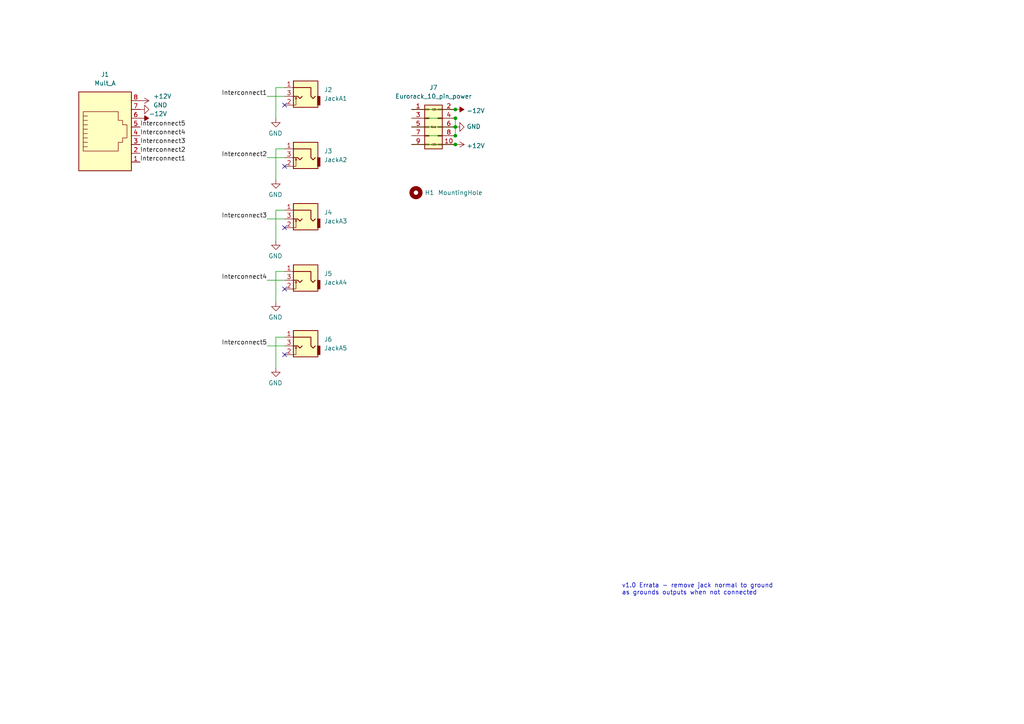
<source format=kicad_sch>
(kicad_sch (version 20230121) (generator eeschema)
  (paper "A4")
  (title_block (title "Quadraphone Controls") (rev "1.0") (company "Mountjoy Modular"))
  (lib_symbols
    (symbol "Connector:RJ45" (pin_names (offset 1.016))
      (property "Reference" "J" (at -5.08 13.97 0))
      (property "Value" "RJ45" (at 2.54 13.97 0))
      (symbol "RJ45_0_1"
        (polyline (pts (xy -5.08 4.445) (xy -6.35 4.445)))
        (polyline (pts (xy -5.08 5.715) (xy -6.35 5.715)))
        (polyline (pts (xy -6.35 -3.175) (xy -5.08 -3.175) (xy -5.08 -3.175)))
        (polyline (pts (xy -6.35 -1.905) (xy -5.08 -1.905) (xy -5.08 -1.905)))
        (polyline (pts (xy -6.35 -0.635) (xy -5.08 -0.635) (xy -5.08 -0.635)))
        (polyline (pts (xy -6.35 0.635) (xy -5.08 0.635) (xy -5.08 0.635)))
        (polyline (pts (xy -6.35 1.905) (xy -5.08 1.905) (xy -5.08 1.905)))
        (polyline (pts (xy -5.08 3.175) (xy -6.35 3.175) (xy -6.35 3.175)))
        (polyline (pts (xy -6.35 -4.445) (xy -6.35 6.985) (xy 3.81 6.985) (xy 3.81 4.445) (xy 5.08 4.445) (xy 5.08 3.175) (xy 6.35 3.175) (xy 6.35 -0.635) (xy 5.08 -0.635) (xy 5.08 -1.905) (xy 3.81 -1.905) (xy 3.81 -4.445) (xy -6.35 -4.445) (xy -6.35 -4.445)))
        (rectangle (start 7.62 12.7) (end -7.62 -10.16) (stroke (width 0.254)) (fill (type background)))
      )
      (symbol "RJ45_1_1"
        (pin passive line (at 10.16 -7.62 180) (length 2.54) (name "~") (number "1"))
        (pin passive line (at 10.16 -5.08 180) (length 2.54) (name "~") (number "2"))
        (pin passive line (at 10.16 -2.54 180) (length 2.54) (name "~") (number "3"))
        (pin passive line (at 10.16 0 180) (length 2.54) (name "~") (number "4"))
        (pin passive line (at 10.16 2.54 180) (length 2.54) (name "~") (number "5"))
        (pin passive line (at 10.16 5.08 180) (length 2.54) (name "~") (number "6"))
        (pin passive line (at 10.16 7.62 180) (length 2.54) (name "~") (number "7"))
        (pin passive line (at 10.16 10.16 180) (length 2.54) (name "~") (number "8"))
      )
    )
    (symbol "Eurorack Header:Eurorack_10_pin_power" (pin_names (offset 1.016) hide)
      (property "Reference" "J" (at 1.27 7.62 0))
      (property "Value" "Eurorack_10_pin_power" (at 1.27 -7.62 0))
      (symbol "Eurorack_10_pin_power_1_0"
        (text "+12v" (at 1.27 -5.08 0) (effects (font (size 0.508 0.508))))
        (text "-12v" (at 1.27 5.08 0) (effects (font (size 0.508 0.508))))
        (text "Gnd" (at 1.27 0 0) (effects (font (size 0.508 0.508))))
      )
      (symbol "Eurorack_10_pin_power_1_1"
        (rectangle (start -1.27 -4.953) (end 0 -5.207) (stroke (width 0.1524)))
        (rectangle (start -1.27 -2.413) (end 0 -2.667) (stroke (width 0.1524)))
        (rectangle (start -1.27 0.127) (end 0 -0.127) (stroke (width 0.1524)))
        (rectangle (start -1.27 2.667) (end 0 2.413) (stroke (width 0.1524)))
        (rectangle (start -1.27 5.207) (end 0 4.953) (stroke (width 0.1524)))
        (rectangle (start -1.27 6.35) (end 3.81 -6.35) (stroke (width 0.254)) (fill (type background)))
        (rectangle (start 3.81 -4.953) (end 2.54 -5.207) (stroke (width 0.1524)))
        (rectangle (start 3.81 -2.413) (end 2.54 -2.667) (stroke (width 0.1524)))
        (rectangle (start 3.81 0.127) (end 2.54 -0.127) (stroke (width 0.1524)))
        (rectangle (start 3.81 2.667) (end 2.54 2.413) (stroke (width 0.1524)))
        (rectangle (start 3.81 5.207) (end 2.54 4.953) (stroke (width 0.1524)))
        (pin power_in line (at -5.08 5.08 0) (length 3.81) (name "Pin_1") (number "1"))
        (pin passive line (at 7.62 -5.08 180) (length 3.81) (name "Pin_10") (number "10"))
        (pin passive line (at 7.62 5.08 180) (length 3.81) (name "Pin_2") (number "2"))
        (pin passive line (at -5.08 2.54 0) (length 3.81) (name "Pin_3") (number "3"))
        (pin passive line (at 7.62 2.54 180) (length 3.81) (name "Pin_4") (number "4"))
        (pin power_in line (at -5.08 0 0) (length 3.81) (name "Pin_5") (number "5"))
        (pin passive line (at 7.62 0 180) (length 3.81) (name "Pin_6") (number "6"))
        (pin passive line (at -5.08 -2.54 0) (length 3.81) (name "Pin_7") (number "7"))
        (pin passive line (at 7.62 -2.54 180) (length 3.81) (name "Pin_8") (number "8"))
        (pin power_in line (at -5.08 -5.08 0) (length 3.81) (name "Pin_9") (number "9"))
      )
    )
    (symbol "GND_5" (power) (pin_names (offset 0))
      (property "Value" "GND_5" (at 0 -3.81 0))
      (symbol "GND_5_0_1"
        (polyline (pts (xy 0 0) (xy 0 -1.27) (xy 1.27 -1.27) (xy 0 -2.54) (xy -1.27 -1.27) (xy 0 -1.27)))
      )
      (symbol "GND_5_1_1"
        (pin power_in line (at 0 0 270) (length 0) hide (name "GND") (number "1"))
      )
    )
    (symbol "GND_6" (power) (pin_names (offset 0))
      (property "Value" "GND_6" (at 0 -3.81 0))
      (symbol "GND_6_0_1"
        (polyline (pts (xy 0 0) (xy 0 -1.27) (xy 1.27 -1.27) (xy 0 -2.54) (xy -1.27 -1.27) (xy 0 -1.27)))
      )
      (symbol "GND_6_1_1"
        (pin power_in line (at 0 0 270) (length 0) hide (name "GND") (number "1"))
      )
    )
    (symbol "GND_7" (power) (pin_names (offset 0))
      (property "Value" "GND_7" (at 0 -3.81 0))
      (symbol "GND_7_0_1"
        (polyline (pts (xy 0 0) (xy 0 -1.27) (xy 1.27 -1.27) (xy 0 -2.54) (xy -1.27 -1.27) (xy 0 -1.27)))
      )
      (symbol "GND_7_1_1"
        (pin power_in line (at 0 0 270) (length 0) hide (name "GND") (number "1"))
      )
    )
    (symbol "GND_8" (power) (pin_names (offset 0))
      (property "Value" "GND_8" (at 0 -3.81 0))
      (symbol "GND_8_0_1"
        (polyline (pts (xy 0 0) (xy 0 -1.27) (xy 1.27 -1.27) (xy 0 -2.54) (xy -1.27 -1.27) (xy 0 -1.27)))
      )
      (symbol "GND_8_1_1"
        (pin power_in line (at 0 0 270) (length 0) hide (name "GND") (number "1"))
      )
    )
    (symbol "Mechanical:MountingHole" (pin_names (offset 1.016))
      (property "Reference" "H" (at 0 5.08 0))
      (property "Value" "MountingHole" (at 0 3.175 0))
      (symbol "MountingHole_0_1"
        (circle (center 0 0) (radius 1.27) (stroke (width 1.27)))
      )
    )
    (symbol "power:+12V" (power) (pin_names (offset 0))
      (property "Value" "+12V" (at 0 3.556 0))
      (symbol "+12V_0_1"
        (polyline (pts (xy -0.762 1.27) (xy 0 2.54)))
        (polyline (pts (xy 0 0) (xy 0 2.54)))
        (polyline (pts (xy 0 2.54) (xy 0.762 1.27)))
      )
      (symbol "+12V_1_1"
        (pin power_in line (at 0 0 90) (length 0) hide (name "+12V") (number "1"))
      )
    )
    (symbol "power:-12V" (power) (pin_names (offset 0))
      (property "Value" "-12V" (at 0 3.81 0))
      (symbol "-12V_0_0"
        (pin power_in line (at 0 0 90) (length 0) hide (name "-12V") (number "1"))
      )
      (symbol "-12V_0_1"
        (polyline (pts (xy 0 0) (xy 0 1.27) (xy 0.762 1.27) (xy 0 2.54) (xy -0.762 1.27) (xy 0 1.27)) (fill (type outline)))
      )
    )
    (symbol "power:GND" (power) (pin_names (offset 0))
      (property "Value" "GND" (at 0 -3.81 0))
      (symbol "GND_0_1"
        (polyline (pts (xy 0 0) (xy 0 -1.27) (xy 1.27 -1.27) (xy 0 -2.54) (xy -1.27 -1.27) (xy 0 -1.27)))
      )
      (symbol "GND_1_1"
        (pin power_in line (at 0 0 270) (length 0) hide (name "GND") (number "1"))
      )
    )
    (symbol "thonkiconn:AudioJack2_Ground_Switch" (pin_names (offset 1.016))
      (property "Reference" "J" (at 0 8.89 0))
      (property "Value" "AudioJack2_Ground_Switch" (at 0 6.35 0))
      (symbol "AudioJack2_Ground_Switch_0_1"
        (rectangle (start -4.445 -2.54) (end -5.207 0) (fill (type outline)))
        (polyline (pts (xy 1.778 -0.254) (xy 2.032 -0.762)))
        (polyline (pts (xy 0 0) (xy 0.635 -0.635) (xy 1.27 0) (xy 2.54 0)) (stroke (width 0.254)))
        (polyline (pts (xy 2.54 -2.54) (xy 1.778 -2.54) (xy 1.778 -0.254) (xy 1.524 -0.762)))
        (polyline (pts (xy 2.54 2.54) (xy -2.54 2.54) (xy -2.54 0) (xy -3.175 -0.635) (xy -3.81 0)) (stroke (width 0.254)))
        (rectangle (start 2.54 -3.175) (end -4.572 4.445) (stroke (width 0.254)) (fill (type background)))
      )
      (symbol "AudioJack2_Ground_Switch_1_1"
        (pin passive line (at 5.08 2.54 180) (length 2.54) (name "~") (number "1"))
        (pin passive line (at 5.08 -2.54 180) (length 2.54) (name "~") (number "2"))
        (pin passive line (at 5.08 0 180) (length 2.54) (name "~") (number "3"))
      )
    )
  )
  (junction (at 132.08 31.75))
  (junction (at 132.08 41.91))
  (junction (at 132.08 36.83))
  (junction (at 132.08 39.37))
  (junction (at 132.08 34.29))
  (no_connect (at 82.55 102.87))
  (no_connect (at 82.55 30.48))
  (no_connect (at 82.55 48.26))
  (no_connect (at 82.55 66.04))
  (no_connect (at 82.55 83.82))
  (wire (pts (xy 119.38 34.29) (xy 132.08 34.29)))
  (wire (pts (xy 80.01 43.18) (xy 80.01 52.07)))
  (wire (pts (xy 119.38 31.75) (xy 132.08 31.75)))
  (wire (pts (xy 82.55 78.74) (xy 80.01 78.74)))
  (wire (pts (xy 132.08 39.37) (xy 132.08 36.83)))
  (wire (pts (xy 82.55 25.4) (xy 80.01 25.4)))
  (wire (pts (xy 80.01 60.96) (xy 80.01 69.85)))
  (wire (pts (xy 80.01 78.74) (xy 80.01 87.63)))
  (wire (pts (xy 82.55 97.79) (xy 80.01 97.79)))
  (wire (pts (xy 82.55 100.33) (xy 77.47 100.33)))
  (wire (pts (xy 82.55 43.18) (xy 80.01 43.18)))
  (wire (pts (xy 132.08 34.29) (xy 132.08 36.83)))
  (wire (pts (xy 80.01 25.4) (xy 80.01 34.29)))
  (wire (pts (xy 82.55 45.72) (xy 77.47 45.72)))
  (wire (pts (xy 82.55 27.94) (xy 77.47 27.94)))
  (wire (pts (xy 119.38 39.37) (xy 132.08 39.37)))
  (wire (pts (xy 82.55 63.5) (xy 77.47 63.5)))
  (wire (pts (xy 80.01 97.79) (xy 80.01 106.68)))
  (wire (pts (xy 82.55 81.28) (xy 77.47 81.28)))
  (wire (pts (xy 119.38 41.91) (xy 132.08 41.91)))
  (wire (pts (xy 82.55 60.96) (xy 80.01 60.96)))
  (wire (pts (xy 119.38 36.83) (xy 132.08 36.83)))
  (text "v1.0 Errata - remove jack normal to ground \nas grounds outputs when not connected" (at 180.34 172.72 0) (effects (font (size 1.27 1.27)) (justify left bottom)))
  (label "Interconnect5" (at 77.47 100.33 180))
  (label "Interconnect4" (at 77.47 81.28 180))
  (label "Interconnect2" (at 40.64 44.45 0))
  (label "Interconnect3" (at 77.47 63.5 180))
  (label "Interconnect4" (at 40.64 39.37 0))
  (label "Interconnect1" (at 77.47 27.94 180))
  (label "Interconnect2" (at 77.47 45.72 180))
  (label "Interconnect1" (at 40.64 46.99 0))
  (label "Interconnect3" (at 40.64 41.91 0))
  (label "Interconnect5" (at 40.64 36.83 0))
  (symbol (lib_id "thonkiconn:AudioJack2_Ground_Switch") (at 87.63 100.33 0) (mirror y) (unit 1)
    (property "Reference" "J6" (at 93.98 98.4249 0) (effects (justify right)))
    (property "Value" "JackA5" (at 93.98 100.9649 0) (effects (justify right)))
    (property "Footprint" "Custom_Footprints:THONKICONN_hole" (effects hide))
  )
  (symbol (lib_id "thonkiconn:AudioJack2_Ground_Switch") (at 87.63 27.94 0) (mirror y) (unit 1)
    (property "Reference" "J2" (at 93.98 26.0349 0) (effects (justify right)))
    (property "Value" "JackA1" (at 93.98 28.5749 0) (effects (justify right)))
    (property "Footprint" "Custom_Footprints:THONKICONN_hole" (effects hide))
  )
  (symbol (lib_id "power:+12V") (at 132.08 41.91 270) (unit 1)
    (property "Reference" "#PWR011" (effects hide))
    (property "Value" "+12V" (at 135.3312 42.291 90) (effects (justify left)))
  )
  (symbol (lib_id "power:GND") (at 132.08 36.83 90) (unit 1)
    (property "Reference" "#PWR010" (effects hide))
    (property "Value" "GND" (at 135.3312 36.703 90) (effects (justify right)))
  )
  (symbol (lib_id "thonkiconn:AudioJack2_Ground_Switch") (at 87.63 63.5 0) (mirror y) (unit 1)
    (property "Reference" "J4" (at 93.98 61.5949 0) (effects (justify right)))
    (property "Value" "JackA3" (at 93.98 64.1349 0) (effects (justify right)))
    (property "Footprint" "Custom_Footprints:THONKICONN_hole" (effects hide))
  )
  (symbol (lib_id "power:-12V") (at 132.08 31.75 270) (unit 1)
    (property "Reference" "#PWR09" (effects hide))
    (property "Value" "-12V" (at 135.3312 32.131 90) (effects (justify left)))
  )
  (symbol (lib_name "GND_6") (lib_id "power:GND") (at 80.01 87.63 0) (mirror y) (unit 1)
    (property "Reference" "#PWR07" (effects hide))
    (property "Value" "GND" (at 79.883 92.0242 0))
  )
  (symbol (lib_id "power:-12V") (at 40.64 34.29 270) (unit 1)
    (property "Reference" "#PWR03" (effects hide))
    (property "Value" "-12V" (at 43.18 33.02 90) (effects (justify left)))
  )
  (symbol (lib_id "power:+12V") (at 40.64 29.21 270) (unit 1)
    (property "Reference" "#PWR01" (effects hide))
    (property "Value" "+12V" (at 44.45 27.94 90) (effects (justify left)))
  )
  (symbol (lib_id "thonkiconn:AudioJack2_Ground_Switch") (at 87.63 45.72 0) (mirror y) (unit 1)
    (property "Reference" "J3" (at 93.98 43.8149 0) (effects (justify right)))
    (property "Value" "JackA2" (at 93.98 46.3549 0) (effects (justify right)))
    (property "Footprint" "Custom_Footprints:THONKICONN_hole" (effects hide))
  )
  (symbol (lib_name "GND_7") (lib_id "power:GND") (at 80.01 52.07 0) (mirror y) (unit 1)
    (property "Reference" "#PWR05" (effects hide))
    (property "Value" "GND" (at 79.883 56.4642 0))
  )
  (symbol (lib_id "Connector:RJ45") (at 30.48 39.37 0) (unit 1)
    (property "Reference" "J1" (at 30.48 21.59 0))
    (property "Value" "Mult_A" (at 30.48 24.13 0))
    (property "Footprint" "Custom_Footprints:RJ45_Molex_42878-8506" (effects hide))
  )
  (symbol (lib_id "power:GND") (at 40.64 31.75 90) (unit 1)
    (property "Reference" "#PWR02" (effects hide))
    (property "Value" "GND" (at 44.45 30.48 90) (effects (justify right)))
  )
  (symbol (lib_name "GND_5") (lib_id "power:GND") (at 80.01 69.85 0) (mirror y) (unit 1)
    (property "Reference" "#PWR06" (effects hide))
    (property "Value" "GND" (at 79.883 74.2442 0))
  )
  (symbol (lib_id "Eurorack Header:Eurorack_10_pin_power") (at 124.46 36.83 0) (unit 1)
    (property "Reference" "J7" (at 125.73 25.4 0))
    (property "Value" "Eurorack_10_pin_power" (at 125.73 27.94 0))
    (property "Footprint" "Connector_PinHeader_2.54mm:PinHeader_2x05_P2.54mm_Vertical" (effects hide))
  )
  (symbol (lib_name "GND_6") (lib_id "power:GND") (at 80.01 106.68 0) (mirror y) (unit 1)
    (property "Reference" "#PWR08" (effects hide))
    (property "Value" "GND" (at 79.883 111.0742 0))
  )
  (symbol (lib_id "Mechanical:MountingHole") (at 120.65 55.88 0) (unit 1)
    (property "Reference" "H1" (at 123.19 55.88 0) (effects (justify left)))
    (property "Value" "MountingHole" (at 127 55.88 0) (effects (justify left)))
    (property "Footprint" "MountingHole:MountingHole_3.2mm_M3_ISO14580" (effects hide))
  )
  (symbol (lib_name "GND_8") (lib_id "power:GND") (at 80.01 34.29 0) (mirror y) (unit 1)
    (property "Reference" "#PWR04" (effects hide))
    (property "Value" "GND" (at 79.883 38.6842 0))
  )
  (symbol (lib_id "thonkiconn:AudioJack2_Ground_Switch") (at 87.63 81.28 0) (mirror y) (unit 1)
    (property "Reference" "J5" (at 93.98 79.3749 0) (effects (justify right)))
    (property "Value" "JackA4" (at 93.98 81.9149 0) (effects (justify right)))
    (property "Footprint" "Custom_Footprints:THONKICONN_hole" (effects hide))
  )
)
</source>
